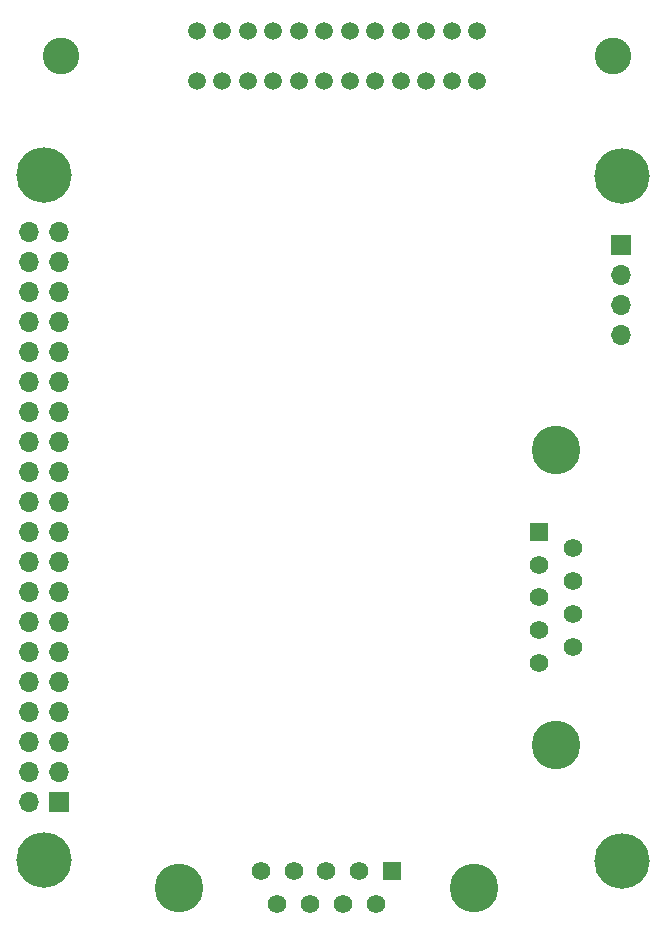
<source format=gbr>
%TF.GenerationSoftware,KiCad,Pcbnew,9.0.0*%
%TF.CreationDate,2025-04-07T11:56:22-06:00*%
%TF.ProjectId,Senior Capstone,53656e69-6f72-4204-9361-7073746f6e65,4*%
%TF.SameCoordinates,Original*%
%TF.FileFunction,Soldermask,Bot*%
%TF.FilePolarity,Negative*%
%FSLAX46Y46*%
G04 Gerber Fmt 4.6, Leading zero omitted, Abs format (unit mm)*
G04 Created by KiCad (PCBNEW 9.0.0) date 2025-04-07 11:56:22*
%MOMM*%
%LPD*%
G01*
G04 APERTURE LIST*
%ADD10C,3.100000*%
%ADD11C,4.700000*%
%ADD12R,1.575000X1.575000*%
%ADD13C,1.575000*%
%ADD14C,4.116000*%
%ADD15R,1.700000X1.700000*%
%ADD16O,1.700000X1.700000*%
%ADD17C,3.098800*%
%ADD18C,1.498600*%
G04 APERTURE END LIST*
D10*
%TO.C,H4*%
X171763300Y-64700050D03*
D11*
X171763300Y-64700050D03*
%TD*%
D10*
%TO.C,H2*%
X122763300Y-64600050D03*
D11*
X122763300Y-64600050D03*
%TD*%
D12*
%TO.C,J2*%
X164723300Y-94815050D03*
D13*
X164723300Y-97585050D03*
X164723300Y-100355050D03*
X164723300Y-103125050D03*
X164723300Y-105895050D03*
X167563300Y-96200050D03*
X167563300Y-98970050D03*
X167563300Y-101740050D03*
X167563300Y-104510050D03*
D14*
X166143300Y-112850050D03*
X166143300Y-87860050D03*
%TD*%
D15*
%TO.C,J4*%
X171663300Y-70500050D03*
D16*
X171663300Y-73040050D03*
X171663300Y-75580050D03*
X171663300Y-78120050D03*
%TD*%
D10*
%TO.C,H3*%
X171763300Y-122700050D03*
D11*
X171763300Y-122700050D03*
%TD*%
D12*
%TO.C,J3*%
X152249050Y-123502550D03*
D13*
X149479050Y-123502550D03*
X146709050Y-123502550D03*
X143939050Y-123502550D03*
X141169050Y-123502550D03*
X150864050Y-126342550D03*
X148094050Y-126342550D03*
X145324050Y-126342550D03*
X142554050Y-126342550D03*
D14*
X134214050Y-124922550D03*
X159204050Y-124922550D03*
%TD*%
D10*
%TO.C,H1*%
X122763300Y-122600050D03*
D11*
X122763300Y-122600050D03*
%TD*%
D17*
%TO.C,J6*%
X171008404Y-54505051D03*
X124208396Y-54505051D03*
D18*
X159488399Y-56650050D03*
X157328401Y-56650050D03*
X155168400Y-56650050D03*
X153008399Y-56650050D03*
X150848401Y-56650050D03*
X148688400Y-56650050D03*
X146528400Y-56650050D03*
X144368399Y-56650050D03*
X142208401Y-56650050D03*
X140048400Y-56650050D03*
X137888399Y-56650050D03*
X135728401Y-56650050D03*
X159488399Y-52360051D03*
X157328401Y-52360051D03*
X155168400Y-52360051D03*
X153008399Y-52360051D03*
X150848401Y-52360051D03*
X148688400Y-52360051D03*
X146528400Y-52360051D03*
X144368399Y-52360051D03*
X142208401Y-52360051D03*
X140048400Y-52360051D03*
X137888399Y-52360051D03*
X135728401Y-52360051D03*
%TD*%
D15*
%TO.C,J1*%
X124029500Y-117706850D03*
D16*
X121489500Y-117706850D03*
X124029500Y-115166850D03*
X121489500Y-115166850D03*
X124029500Y-112626850D03*
X121489500Y-112626850D03*
X124029500Y-110086850D03*
X121489500Y-110086850D03*
X124029500Y-107546850D03*
X121489500Y-107546850D03*
X124029500Y-105006850D03*
X121489500Y-105006850D03*
X124029500Y-102466850D03*
X121489500Y-102466850D03*
X124029500Y-99926850D03*
X121489500Y-99926850D03*
X124029500Y-97386850D03*
X121489500Y-97386850D03*
X124029500Y-94846850D03*
X121489500Y-94846850D03*
X124029500Y-92306850D03*
X121489500Y-92306850D03*
X124029500Y-89766850D03*
X121489500Y-89766850D03*
X124029500Y-87226850D03*
X121489500Y-87226850D03*
X124029500Y-84686850D03*
X121489500Y-84686850D03*
X124029500Y-82146850D03*
X121489500Y-82146850D03*
X124029500Y-79606850D03*
X121489500Y-79606850D03*
X124029500Y-77066850D03*
X121489500Y-77066850D03*
X124029500Y-74526850D03*
X121489500Y-74526850D03*
X124029500Y-71986850D03*
X121489500Y-71986850D03*
X124029500Y-69446850D03*
X121489500Y-69446850D03*
%TD*%
M02*

</source>
